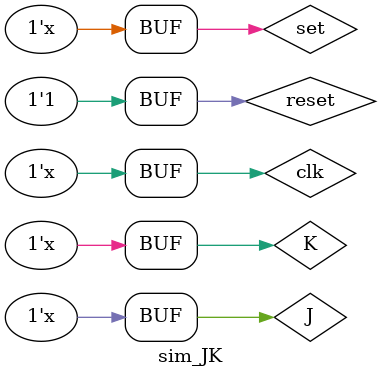
<source format=v>
`timescale 1ns / 1ps


module sim_JK( );
    reg clk, reset, set, J, K;
    wire Q;
    initial
        begin
            clk <= 1'b0;
            set <= 1'b1;
            J <= 1'b0;
            K <= 1'b0;
            reset = 1'b0;
            #20 
            reset = 1'b1;
        end
    always #10 clk = ~clk;
    always #20 {J,K} = {J,K} + 1'b1;
    always #400 set = set + 1'b1;
    JK u(clk,reset,set,J,K,Q);
endmodule

</source>
